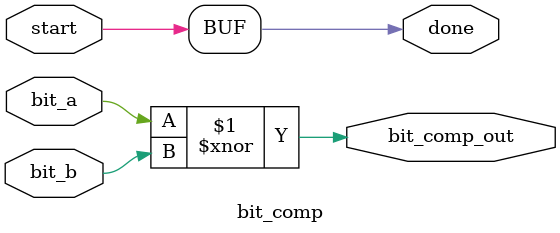
<source format=v>
`include "alu.pkg"
module bit_comp(bit_a, bit_b, bit_comp_out, start, done);

input bit_a;
input bit_b;
input start;

output bit_comp_out;
output done;

assign bit_comp_out = bit_a ^~ bit_b;
assign done = start;

endmodule

</source>
